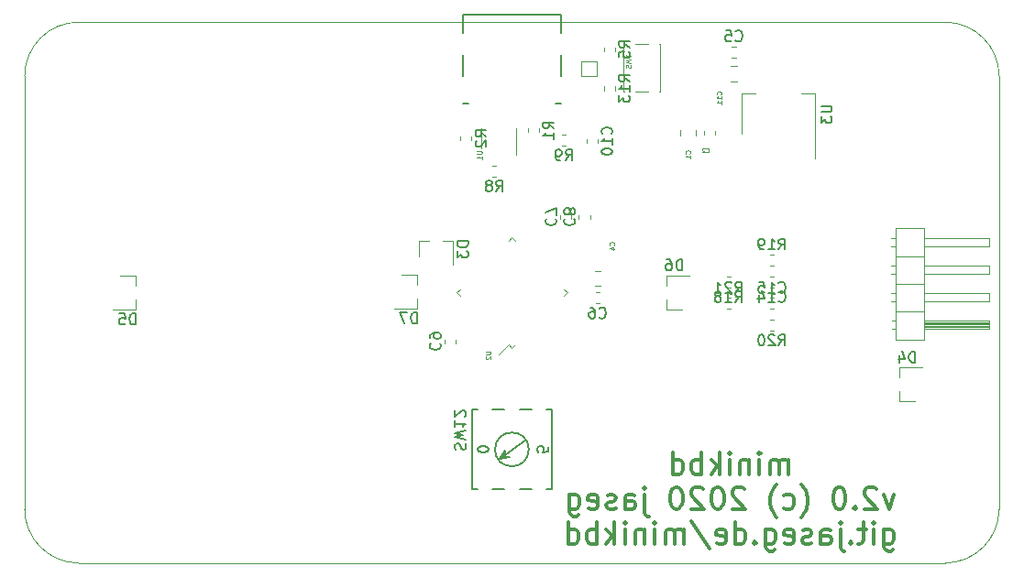
<source format=gbo>
G04 #@! TF.GenerationSoftware,KiCad,Pcbnew,(5.99.0-4013-gfd874d834)*
G04 #@! TF.CreationDate,2020-10-14T12:43:32+02:00*
G04 #@! TF.ProjectId,OtterPill,4f747465-7250-4696-9c6c-2e6b69636164,rev?*
G04 #@! TF.SameCoordinates,Original*
G04 #@! TF.FileFunction,Legend,Bot*
G04 #@! TF.FilePolarity,Positive*
%FSLAX46Y46*%
G04 Gerber Fmt 4.6, Leading zero omitted, Abs format (unit mm)*
G04 Created by KiCad (PCBNEW (5.99.0-4013-gfd874d834)) date 2020-10-14 12:43:32*
%MOMM*%
%LPD*%
G01*
G04 APERTURE LIST*
G04 #@! TA.AperFunction,Profile*
%ADD10C,0.050000*%
G04 #@! TD*
%ADD11C,0.300000*%
%ADD12C,0.150000*%
%ADD13C,0.112500*%
%ADD14C,0.100000*%
%ADD15C,0.120000*%
%ADD16C,0.200000*%
G04 APERTURE END LIST*
D10*
X225200000Y-48500000D02*
X225200000Y-88500000D01*
X140200000Y-93500000D02*
G75*
G02*
X135200000Y-88500000I0J5000000D01*
G01*
X220200000Y-43500000D02*
G75*
G02*
X225200000Y-48500000I0J-5000000D01*
G01*
X225200000Y-88500000D02*
G75*
G02*
X220200000Y-93500000I-5000000J0D01*
G01*
X140200000Y-43500000D02*
X220200000Y-43500000D01*
X135200000Y-48500000D02*
G75*
G02*
X140200000Y-43500000I5000000J0D01*
G01*
X135200000Y-88500000D02*
X135200000Y-48500000D01*
X220200000Y-93500000D02*
X140200000Y-93500000D01*
D11*
X205733333Y-85284761D02*
X205733333Y-83951428D01*
X205733333Y-84141904D02*
X205638095Y-84046666D01*
X205447619Y-83951428D01*
X205161904Y-83951428D01*
X204971428Y-84046666D01*
X204876190Y-84237142D01*
X204876190Y-85284761D01*
X204876190Y-84237142D02*
X204780952Y-84046666D01*
X204590476Y-83951428D01*
X204304761Y-83951428D01*
X204114285Y-84046666D01*
X204019047Y-84237142D01*
X204019047Y-85284761D01*
X203066666Y-85284761D02*
X203066666Y-83951428D01*
X203066666Y-83284761D02*
X203161904Y-83380000D01*
X203066666Y-83475238D01*
X202971428Y-83380000D01*
X203066666Y-83284761D01*
X203066666Y-83475238D01*
X202114285Y-83951428D02*
X202114285Y-85284761D01*
X202114285Y-84141904D02*
X202019047Y-84046666D01*
X201828571Y-83951428D01*
X201542857Y-83951428D01*
X201352380Y-84046666D01*
X201257142Y-84237142D01*
X201257142Y-85284761D01*
X200304761Y-85284761D02*
X200304761Y-83951428D01*
X200304761Y-83284761D02*
X200400000Y-83380000D01*
X200304761Y-83475238D01*
X200209523Y-83380000D01*
X200304761Y-83284761D01*
X200304761Y-83475238D01*
X199352380Y-85284761D02*
X199352380Y-83284761D01*
X199161904Y-84522857D02*
X198590476Y-85284761D01*
X198590476Y-83951428D02*
X199352380Y-84713333D01*
X197733333Y-85284761D02*
X197733333Y-83284761D01*
X197733333Y-84046666D02*
X197542857Y-83951428D01*
X197161904Y-83951428D01*
X196971428Y-84046666D01*
X196876190Y-84141904D01*
X196780952Y-84332380D01*
X196780952Y-84903809D01*
X196876190Y-85094285D01*
X196971428Y-85189523D01*
X197161904Y-85284761D01*
X197542857Y-85284761D01*
X197733333Y-85189523D01*
X195066666Y-85284761D02*
X195066666Y-83284761D01*
X195066666Y-85189523D02*
X195257142Y-85284761D01*
X195638095Y-85284761D01*
X195828571Y-85189523D01*
X195923809Y-85094285D01*
X196019047Y-84903809D01*
X196019047Y-84332380D01*
X195923809Y-84141904D01*
X195828571Y-84046666D01*
X195638095Y-83951428D01*
X195257142Y-83951428D01*
X195066666Y-84046666D01*
X215495238Y-87171428D02*
X215019047Y-88504761D01*
X214542857Y-87171428D01*
X213876190Y-86695238D02*
X213780952Y-86600000D01*
X213590476Y-86504761D01*
X213114285Y-86504761D01*
X212923809Y-86600000D01*
X212828571Y-86695238D01*
X212733333Y-86885714D01*
X212733333Y-87076190D01*
X212828571Y-87361904D01*
X213971428Y-88504761D01*
X212733333Y-88504761D01*
X211876190Y-88314285D02*
X211780952Y-88409523D01*
X211876190Y-88504761D01*
X211971428Y-88409523D01*
X211876190Y-88314285D01*
X211876190Y-88504761D01*
X210542857Y-86504761D02*
X210352380Y-86504761D01*
X210161904Y-86600000D01*
X210066666Y-86695238D01*
X209971428Y-86885714D01*
X209876190Y-87266666D01*
X209876190Y-87742857D01*
X209971428Y-88123809D01*
X210066666Y-88314285D01*
X210161904Y-88409523D01*
X210352380Y-88504761D01*
X210542857Y-88504761D01*
X210733333Y-88409523D01*
X210828571Y-88314285D01*
X210923809Y-88123809D01*
X211019047Y-87742857D01*
X211019047Y-87266666D01*
X210923809Y-86885714D01*
X210828571Y-86695238D01*
X210733333Y-86600000D01*
X210542857Y-86504761D01*
X206923809Y-89266666D02*
X207019047Y-89171428D01*
X207209523Y-88885714D01*
X207304761Y-88695238D01*
X207400000Y-88409523D01*
X207495238Y-87933333D01*
X207495238Y-87552380D01*
X207400000Y-87076190D01*
X207304761Y-86790476D01*
X207209523Y-86600000D01*
X207019047Y-86314285D01*
X206923809Y-86219047D01*
X205304761Y-88409523D02*
X205495238Y-88504761D01*
X205876190Y-88504761D01*
X206066666Y-88409523D01*
X206161904Y-88314285D01*
X206257142Y-88123809D01*
X206257142Y-87552380D01*
X206161904Y-87361904D01*
X206066666Y-87266666D01*
X205876190Y-87171428D01*
X205495238Y-87171428D01*
X205304761Y-87266666D01*
X204638095Y-89266666D02*
X204542857Y-89171428D01*
X204352380Y-88885714D01*
X204257142Y-88695238D01*
X204161904Y-88409523D01*
X204066666Y-87933333D01*
X204066666Y-87552380D01*
X204161904Y-87076190D01*
X204257142Y-86790476D01*
X204352380Y-86600000D01*
X204542857Y-86314285D01*
X204638095Y-86219047D01*
X201685714Y-86695238D02*
X201590476Y-86600000D01*
X201400000Y-86504761D01*
X200923809Y-86504761D01*
X200733333Y-86600000D01*
X200638095Y-86695238D01*
X200542857Y-86885714D01*
X200542857Y-87076190D01*
X200638095Y-87361904D01*
X201780952Y-88504761D01*
X200542857Y-88504761D01*
X199304761Y-86504761D02*
X199114285Y-86504761D01*
X198923809Y-86600000D01*
X198828571Y-86695238D01*
X198733333Y-86885714D01*
X198638095Y-87266666D01*
X198638095Y-87742857D01*
X198733333Y-88123809D01*
X198828571Y-88314285D01*
X198923809Y-88409523D01*
X199114285Y-88504761D01*
X199304761Y-88504761D01*
X199495238Y-88409523D01*
X199590476Y-88314285D01*
X199685714Y-88123809D01*
X199780952Y-87742857D01*
X199780952Y-87266666D01*
X199685714Y-86885714D01*
X199590476Y-86695238D01*
X199495238Y-86600000D01*
X199304761Y-86504761D01*
X197876190Y-86695238D02*
X197780952Y-86600000D01*
X197590476Y-86504761D01*
X197114285Y-86504761D01*
X196923809Y-86600000D01*
X196828571Y-86695238D01*
X196733333Y-86885714D01*
X196733333Y-87076190D01*
X196828571Y-87361904D01*
X197971428Y-88504761D01*
X196733333Y-88504761D01*
X195495238Y-86504761D02*
X195304761Y-86504761D01*
X195114285Y-86600000D01*
X195019047Y-86695238D01*
X194923809Y-86885714D01*
X194828571Y-87266666D01*
X194828571Y-87742857D01*
X194923809Y-88123809D01*
X195019047Y-88314285D01*
X195114285Y-88409523D01*
X195304761Y-88504761D01*
X195495238Y-88504761D01*
X195685714Y-88409523D01*
X195780952Y-88314285D01*
X195876190Y-88123809D01*
X195971428Y-87742857D01*
X195971428Y-87266666D01*
X195876190Y-86885714D01*
X195780952Y-86695238D01*
X195685714Y-86600000D01*
X195495238Y-86504761D01*
X192447619Y-87171428D02*
X192447619Y-88885714D01*
X192542857Y-89076190D01*
X192733333Y-89171428D01*
X192828571Y-89171428D01*
X192447619Y-86504761D02*
X192542857Y-86600000D01*
X192447619Y-86695238D01*
X192352380Y-86600000D01*
X192447619Y-86504761D01*
X192447619Y-86695238D01*
X190638095Y-88504761D02*
X190638095Y-87457142D01*
X190733333Y-87266666D01*
X190923809Y-87171428D01*
X191304761Y-87171428D01*
X191495238Y-87266666D01*
X190638095Y-88409523D02*
X190828571Y-88504761D01*
X191304761Y-88504761D01*
X191495238Y-88409523D01*
X191590476Y-88219047D01*
X191590476Y-88028571D01*
X191495238Y-87838095D01*
X191304761Y-87742857D01*
X190828571Y-87742857D01*
X190638095Y-87647619D01*
X189780952Y-88409523D02*
X189590476Y-88504761D01*
X189209523Y-88504761D01*
X189019047Y-88409523D01*
X188923809Y-88219047D01*
X188923809Y-88123809D01*
X189019047Y-87933333D01*
X189209523Y-87838095D01*
X189495238Y-87838095D01*
X189685714Y-87742857D01*
X189780952Y-87552380D01*
X189780952Y-87457142D01*
X189685714Y-87266666D01*
X189495238Y-87171428D01*
X189209523Y-87171428D01*
X189019047Y-87266666D01*
X187304761Y-88409523D02*
X187495238Y-88504761D01*
X187876190Y-88504761D01*
X188066666Y-88409523D01*
X188161904Y-88219047D01*
X188161904Y-87457142D01*
X188066666Y-87266666D01*
X187876190Y-87171428D01*
X187495238Y-87171428D01*
X187304761Y-87266666D01*
X187209523Y-87457142D01*
X187209523Y-87647619D01*
X188161904Y-87838095D01*
X185495238Y-87171428D02*
X185495238Y-88790476D01*
X185590476Y-88980952D01*
X185685714Y-89076190D01*
X185876190Y-89171428D01*
X186161904Y-89171428D01*
X186352380Y-89076190D01*
X185495238Y-88409523D02*
X185685714Y-88504761D01*
X186066666Y-88504761D01*
X186257142Y-88409523D01*
X186352380Y-88314285D01*
X186447619Y-88123809D01*
X186447619Y-87552380D01*
X186352380Y-87361904D01*
X186257142Y-87266666D01*
X186066666Y-87171428D01*
X185685714Y-87171428D01*
X185495238Y-87266666D01*
X214542857Y-90391428D02*
X214542857Y-92010476D01*
X214638095Y-92200952D01*
X214733333Y-92296190D01*
X214923809Y-92391428D01*
X215209523Y-92391428D01*
X215400000Y-92296190D01*
X214542857Y-91629523D02*
X214733333Y-91724761D01*
X215114285Y-91724761D01*
X215304761Y-91629523D01*
X215400000Y-91534285D01*
X215495238Y-91343809D01*
X215495238Y-90772380D01*
X215400000Y-90581904D01*
X215304761Y-90486666D01*
X215114285Y-90391428D01*
X214733333Y-90391428D01*
X214542857Y-90486666D01*
X213590476Y-91724761D02*
X213590476Y-90391428D01*
X213590476Y-89724761D02*
X213685714Y-89820000D01*
X213590476Y-89915238D01*
X213495238Y-89820000D01*
X213590476Y-89724761D01*
X213590476Y-89915238D01*
X212923809Y-90391428D02*
X212161904Y-90391428D01*
X212638095Y-89724761D02*
X212638095Y-91439047D01*
X212542857Y-91629523D01*
X212352380Y-91724761D01*
X212161904Y-91724761D01*
X211495238Y-91534285D02*
X211400000Y-91629523D01*
X211495238Y-91724761D01*
X211590476Y-91629523D01*
X211495238Y-91534285D01*
X211495238Y-91724761D01*
X210542857Y-90391428D02*
X210542857Y-92105714D01*
X210638095Y-92296190D01*
X210828571Y-92391428D01*
X210923809Y-92391428D01*
X210542857Y-89724761D02*
X210638095Y-89820000D01*
X210542857Y-89915238D01*
X210447619Y-89820000D01*
X210542857Y-89724761D01*
X210542857Y-89915238D01*
X208733333Y-91724761D02*
X208733333Y-90677142D01*
X208828571Y-90486666D01*
X209019047Y-90391428D01*
X209400000Y-90391428D01*
X209590476Y-90486666D01*
X208733333Y-91629523D02*
X208923809Y-91724761D01*
X209400000Y-91724761D01*
X209590476Y-91629523D01*
X209685714Y-91439047D01*
X209685714Y-91248571D01*
X209590476Y-91058095D01*
X209400000Y-90962857D01*
X208923809Y-90962857D01*
X208733333Y-90867619D01*
X207876190Y-91629523D02*
X207685714Y-91724761D01*
X207304761Y-91724761D01*
X207114285Y-91629523D01*
X207019047Y-91439047D01*
X207019047Y-91343809D01*
X207114285Y-91153333D01*
X207304761Y-91058095D01*
X207590476Y-91058095D01*
X207780952Y-90962857D01*
X207876190Y-90772380D01*
X207876190Y-90677142D01*
X207780952Y-90486666D01*
X207590476Y-90391428D01*
X207304761Y-90391428D01*
X207114285Y-90486666D01*
X205400000Y-91629523D02*
X205590476Y-91724761D01*
X205971428Y-91724761D01*
X206161904Y-91629523D01*
X206257142Y-91439047D01*
X206257142Y-90677142D01*
X206161904Y-90486666D01*
X205971428Y-90391428D01*
X205590476Y-90391428D01*
X205400000Y-90486666D01*
X205304761Y-90677142D01*
X205304761Y-90867619D01*
X206257142Y-91058095D01*
X203590476Y-90391428D02*
X203590476Y-92010476D01*
X203685714Y-92200952D01*
X203780952Y-92296190D01*
X203971428Y-92391428D01*
X204257142Y-92391428D01*
X204447619Y-92296190D01*
X203590476Y-91629523D02*
X203780952Y-91724761D01*
X204161904Y-91724761D01*
X204352380Y-91629523D01*
X204447619Y-91534285D01*
X204542857Y-91343809D01*
X204542857Y-90772380D01*
X204447619Y-90581904D01*
X204352380Y-90486666D01*
X204161904Y-90391428D01*
X203780952Y-90391428D01*
X203590476Y-90486666D01*
X202638095Y-91534285D02*
X202542857Y-91629523D01*
X202638095Y-91724761D01*
X202733333Y-91629523D01*
X202638095Y-91534285D01*
X202638095Y-91724761D01*
X200828571Y-91724761D02*
X200828571Y-89724761D01*
X200828571Y-91629523D02*
X201019047Y-91724761D01*
X201400000Y-91724761D01*
X201590476Y-91629523D01*
X201685714Y-91534285D01*
X201780952Y-91343809D01*
X201780952Y-90772380D01*
X201685714Y-90581904D01*
X201590476Y-90486666D01*
X201400000Y-90391428D01*
X201019047Y-90391428D01*
X200828571Y-90486666D01*
X199114285Y-91629523D02*
X199304761Y-91724761D01*
X199685714Y-91724761D01*
X199876190Y-91629523D01*
X199971428Y-91439047D01*
X199971428Y-90677142D01*
X199876190Y-90486666D01*
X199685714Y-90391428D01*
X199304761Y-90391428D01*
X199114285Y-90486666D01*
X199019047Y-90677142D01*
X199019047Y-90867619D01*
X199971428Y-91058095D01*
X196733333Y-89629523D02*
X198447619Y-92200952D01*
X196066666Y-91724761D02*
X196066666Y-90391428D01*
X196066666Y-90581904D02*
X195971428Y-90486666D01*
X195780952Y-90391428D01*
X195495238Y-90391428D01*
X195304761Y-90486666D01*
X195209523Y-90677142D01*
X195209523Y-91724761D01*
X195209523Y-90677142D02*
X195114285Y-90486666D01*
X194923809Y-90391428D01*
X194638095Y-90391428D01*
X194447619Y-90486666D01*
X194352380Y-90677142D01*
X194352380Y-91724761D01*
X193400000Y-91724761D02*
X193400000Y-90391428D01*
X193400000Y-89724761D02*
X193495238Y-89820000D01*
X193400000Y-89915238D01*
X193304761Y-89820000D01*
X193400000Y-89724761D01*
X193400000Y-89915238D01*
X192447619Y-90391428D02*
X192447619Y-91724761D01*
X192447619Y-90581904D02*
X192352380Y-90486666D01*
X192161904Y-90391428D01*
X191876190Y-90391428D01*
X191685714Y-90486666D01*
X191590476Y-90677142D01*
X191590476Y-91724761D01*
X190638095Y-91724761D02*
X190638095Y-90391428D01*
X190638095Y-89724761D02*
X190733333Y-89820000D01*
X190638095Y-89915238D01*
X190542857Y-89820000D01*
X190638095Y-89724761D01*
X190638095Y-89915238D01*
X189685714Y-91724761D02*
X189685714Y-89724761D01*
X189495238Y-90962857D02*
X188923809Y-91724761D01*
X188923809Y-90391428D02*
X189685714Y-91153333D01*
X188066666Y-91724761D02*
X188066666Y-89724761D01*
X188066666Y-90486666D02*
X187876190Y-90391428D01*
X187495238Y-90391428D01*
X187304761Y-90486666D01*
X187209523Y-90581904D01*
X187114285Y-90772380D01*
X187114285Y-91343809D01*
X187209523Y-91534285D01*
X187304761Y-91629523D01*
X187495238Y-91724761D01*
X187876190Y-91724761D01*
X188066666Y-91629523D01*
X185400000Y-91724761D02*
X185400000Y-89724761D01*
X185400000Y-91629523D02*
X185590476Y-91724761D01*
X185971428Y-91724761D01*
X186161904Y-91629523D01*
X186257142Y-91534285D01*
X186352380Y-91343809D01*
X186352380Y-90772380D01*
X186257142Y-90581904D01*
X186161904Y-90486666D01*
X185971428Y-90391428D01*
X185590476Y-90391428D01*
X185400000Y-90486666D01*
D12*
X188266666Y-70787142D02*
X188314285Y-70834761D01*
X188457142Y-70882380D01*
X188552380Y-70882380D01*
X188695238Y-70834761D01*
X188790476Y-70739523D01*
X188838095Y-70644285D01*
X188885714Y-70453809D01*
X188885714Y-70310952D01*
X188838095Y-70120476D01*
X188790476Y-70025238D01*
X188695238Y-69930000D01*
X188552380Y-69882380D01*
X188457142Y-69882380D01*
X188314285Y-69930000D01*
X188266666Y-69977619D01*
X187409523Y-69882380D02*
X187600000Y-69882380D01*
X187695238Y-69930000D01*
X187742857Y-69977619D01*
X187838095Y-70120476D01*
X187885714Y-70310952D01*
X187885714Y-70691904D01*
X187838095Y-70787142D01*
X187790476Y-70834761D01*
X187695238Y-70882380D01*
X187504761Y-70882380D01*
X187409523Y-70834761D01*
X187361904Y-70787142D01*
X187314285Y-70691904D01*
X187314285Y-70453809D01*
X187361904Y-70358571D01*
X187409523Y-70310952D01*
X187504761Y-70263333D01*
X187695238Y-70263333D01*
X187790476Y-70310952D01*
X187838095Y-70358571D01*
X187885714Y-70453809D01*
X208752380Y-51238095D02*
X209561904Y-51238095D01*
X209657142Y-51285714D01*
X209704761Y-51333333D01*
X209752380Y-51428571D01*
X209752380Y-51619047D01*
X209704761Y-51714285D01*
X209657142Y-51761904D01*
X209561904Y-51809523D01*
X208752380Y-51809523D01*
X208752380Y-52190476D02*
X208752380Y-52809523D01*
X209133333Y-52476190D01*
X209133333Y-52619047D01*
X209180952Y-52714285D01*
X209228571Y-52761904D01*
X209323809Y-52809523D01*
X209561904Y-52809523D01*
X209657142Y-52761904D01*
X209704761Y-52714285D01*
X209752380Y-52619047D01*
X209752380Y-52333333D01*
X209704761Y-52238095D01*
X209657142Y-52190476D01*
X191082380Y-45833333D02*
X190606190Y-45500000D01*
X191082380Y-45261904D02*
X190082380Y-45261904D01*
X190082380Y-45642857D01*
X190130000Y-45738095D01*
X190177619Y-45785714D01*
X190272857Y-45833333D01*
X190415714Y-45833333D01*
X190510952Y-45785714D01*
X190558571Y-45738095D01*
X190606190Y-45642857D01*
X190606190Y-45261904D01*
X190082380Y-46738095D02*
X190082380Y-46261904D01*
X190558571Y-46214285D01*
X190510952Y-46261904D01*
X190463333Y-46357142D01*
X190463333Y-46595238D01*
X190510952Y-46690476D01*
X190558571Y-46738095D01*
X190653809Y-46785714D01*
X190891904Y-46785714D01*
X190987142Y-46738095D01*
X191034761Y-46690476D01*
X191082380Y-46595238D01*
X191082380Y-46357142D01*
X191034761Y-46261904D01*
X190987142Y-46214285D01*
D13*
X189630714Y-64115000D02*
X189652142Y-64093571D01*
X189673571Y-64029285D01*
X189673571Y-63986428D01*
X189652142Y-63922142D01*
X189609285Y-63879285D01*
X189566428Y-63857857D01*
X189480714Y-63836428D01*
X189416428Y-63836428D01*
X189330714Y-63857857D01*
X189287857Y-63879285D01*
X189245000Y-63922142D01*
X189223571Y-63986428D01*
X189223571Y-64029285D01*
X189245000Y-64093571D01*
X189266428Y-64115000D01*
X189373571Y-64500714D02*
X189673571Y-64500714D01*
X189202142Y-64393571D02*
X189523571Y-64286428D01*
X189523571Y-64565000D01*
X190729857Y-47725000D02*
X190708428Y-47660714D01*
X190708428Y-47553571D01*
X190729857Y-47510714D01*
X190751285Y-47489285D01*
X190794142Y-47467857D01*
X190837000Y-47467857D01*
X190879857Y-47489285D01*
X190901285Y-47510714D01*
X190922714Y-47553571D01*
X190944142Y-47639285D01*
X190965571Y-47682142D01*
X190987000Y-47703571D01*
X191029857Y-47725000D01*
X191072714Y-47725000D01*
X191115571Y-47703571D01*
X191137000Y-47682142D01*
X191158428Y-47639285D01*
X191158428Y-47532142D01*
X191137000Y-47467857D01*
X191158428Y-47317857D02*
X190708428Y-47210714D01*
X191029857Y-47125000D01*
X190708428Y-47039285D01*
X191158428Y-46932142D01*
X190708428Y-46525000D02*
X190708428Y-46782142D01*
X190708428Y-46653571D02*
X191158428Y-46653571D01*
X191094142Y-46696428D01*
X191051285Y-46739285D01*
X191029857Y-46782142D01*
X196620714Y-55655000D02*
X196642142Y-55633571D01*
X196663571Y-55569285D01*
X196663571Y-55526428D01*
X196642142Y-55462142D01*
X196599285Y-55419285D01*
X196556428Y-55397857D01*
X196470714Y-55376428D01*
X196406428Y-55376428D01*
X196320714Y-55397857D01*
X196277857Y-55419285D01*
X196235000Y-55462142D01*
X196213571Y-55526428D01*
X196213571Y-55569285D01*
X196235000Y-55633571D01*
X196256428Y-55655000D01*
X196663571Y-56083571D02*
X196663571Y-55826428D01*
X196663571Y-55955000D02*
X196213571Y-55955000D01*
X196277857Y-55912142D01*
X196320714Y-55869285D01*
X196342142Y-55826428D01*
D12*
X172712857Y-73166666D02*
X172665238Y-73214285D01*
X172617619Y-73357142D01*
X172617619Y-73452380D01*
X172665238Y-73595238D01*
X172760476Y-73690476D01*
X172855714Y-73738095D01*
X173046190Y-73785714D01*
X173189047Y-73785714D01*
X173379523Y-73738095D01*
X173474761Y-73690476D01*
X173570000Y-73595238D01*
X173617619Y-73452380D01*
X173617619Y-73357142D01*
X173570000Y-73214285D01*
X173522380Y-73166666D01*
X172617619Y-72690476D02*
X172617619Y-72500000D01*
X172665238Y-72404761D01*
X172712857Y-72357142D01*
X172855714Y-72261904D01*
X173046190Y-72214285D01*
X173427142Y-72214285D01*
X173522380Y-72261904D01*
X173570000Y-72309523D01*
X173617619Y-72404761D01*
X173617619Y-72595238D01*
X173570000Y-72690476D01*
X173522380Y-72738095D01*
X173427142Y-72785714D01*
X173189047Y-72785714D01*
X173093809Y-72738095D01*
X173046190Y-72690476D01*
X172998571Y-72595238D01*
X172998571Y-72404761D01*
X173046190Y-72309523D01*
X173093809Y-72261904D01*
X173189047Y-72214285D01*
X191082380Y-48982142D02*
X190606190Y-48648809D01*
X191082380Y-48410714D02*
X190082380Y-48410714D01*
X190082380Y-48791666D01*
X190130000Y-48886904D01*
X190177619Y-48934523D01*
X190272857Y-48982142D01*
X190415714Y-48982142D01*
X190510952Y-48934523D01*
X190558571Y-48886904D01*
X190606190Y-48791666D01*
X190606190Y-48410714D01*
X191082380Y-49934523D02*
X191082380Y-49363095D01*
X191082380Y-49648809D02*
X190082380Y-49648809D01*
X190225238Y-49553571D01*
X190320476Y-49458333D01*
X190368095Y-49363095D01*
X190082380Y-50267857D02*
X190082380Y-50886904D01*
X190463333Y-50553571D01*
X190463333Y-50696428D01*
X190510952Y-50791666D01*
X190558571Y-50839285D01*
X190653809Y-50886904D01*
X190891904Y-50886904D01*
X190987142Y-50839285D01*
X191034761Y-50791666D01*
X191082380Y-50696428D01*
X191082380Y-50410714D01*
X191034761Y-50315476D01*
X190987142Y-50267857D01*
X200866666Y-45177142D02*
X200914285Y-45224761D01*
X201057142Y-45272380D01*
X201152380Y-45272380D01*
X201295238Y-45224761D01*
X201390476Y-45129523D01*
X201438095Y-45034285D01*
X201485714Y-44843809D01*
X201485714Y-44700952D01*
X201438095Y-44510476D01*
X201390476Y-44415238D01*
X201295238Y-44320000D01*
X201152380Y-44272380D01*
X201057142Y-44272380D01*
X200914285Y-44320000D01*
X200866666Y-44367619D01*
X199961904Y-44272380D02*
X200438095Y-44272380D01*
X200485714Y-44748571D01*
X200438095Y-44700952D01*
X200342857Y-44653333D01*
X200104761Y-44653333D01*
X200009523Y-44700952D01*
X199961904Y-44748571D01*
X199914285Y-44843809D01*
X199914285Y-45081904D01*
X199961904Y-45177142D01*
X200009523Y-45224761D01*
X200104761Y-45272380D01*
X200342857Y-45272380D01*
X200438095Y-45224761D01*
X200485714Y-45177142D01*
D13*
X199500714Y-50210714D02*
X199522142Y-50189285D01*
X199543571Y-50125000D01*
X199543571Y-50082142D01*
X199522142Y-50017857D01*
X199479285Y-49975000D01*
X199436428Y-49953571D01*
X199350714Y-49932142D01*
X199286428Y-49932142D01*
X199200714Y-49953571D01*
X199157857Y-49975000D01*
X199115000Y-50017857D01*
X199093571Y-50082142D01*
X199093571Y-50125000D01*
X199115000Y-50189285D01*
X199136428Y-50210714D01*
X199543571Y-50639285D02*
X199543571Y-50382142D01*
X199543571Y-50510714D02*
X199093571Y-50510714D01*
X199157857Y-50467857D01*
X199200714Y-50425000D01*
X199222142Y-50382142D01*
X199543571Y-51067857D02*
X199543571Y-50810714D01*
X199543571Y-50939285D02*
X199093571Y-50939285D01*
X199157857Y-50896428D01*
X199200714Y-50853571D01*
X199222142Y-50810714D01*
D14*
X198156666Y-55512857D02*
X198175714Y-55531904D01*
X198232857Y-55550952D01*
X198270952Y-55550952D01*
X198328095Y-55531904D01*
X198366190Y-55493809D01*
X198385238Y-55455714D01*
X198404285Y-55379523D01*
X198404285Y-55322380D01*
X198385238Y-55246190D01*
X198366190Y-55208095D01*
X198328095Y-55170000D01*
X198270952Y-55150952D01*
X198232857Y-55150952D01*
X198175714Y-55170000D01*
X198156666Y-55189047D01*
X198004285Y-55189047D02*
X197985238Y-55170000D01*
X197947142Y-55150952D01*
X197851904Y-55150952D01*
X197813809Y-55170000D01*
X197794761Y-55189047D01*
X197775714Y-55227142D01*
X197775714Y-55265238D01*
X197794761Y-55322380D01*
X198023333Y-55550952D01*
X197775714Y-55550952D01*
D12*
X204842857Y-69287142D02*
X204890476Y-69334761D01*
X205033333Y-69382380D01*
X205128571Y-69382380D01*
X205271428Y-69334761D01*
X205366666Y-69239523D01*
X205414285Y-69144285D01*
X205461904Y-68953809D01*
X205461904Y-68810952D01*
X205414285Y-68620476D01*
X205366666Y-68525238D01*
X205271428Y-68430000D01*
X205128571Y-68382380D01*
X205033333Y-68382380D01*
X204890476Y-68430000D01*
X204842857Y-68477619D01*
X203890476Y-69382380D02*
X204461904Y-69382380D01*
X204176190Y-69382380D02*
X204176190Y-68382380D01*
X204271428Y-68525238D01*
X204366666Y-68620476D01*
X204461904Y-68668095D01*
X203033333Y-68715714D02*
X203033333Y-69382380D01*
X203271428Y-68334761D02*
X203509523Y-69049047D01*
X202890476Y-69049047D01*
X204842857Y-68427142D02*
X204890476Y-68474761D01*
X205033333Y-68522380D01*
X205128571Y-68522380D01*
X205271428Y-68474761D01*
X205366666Y-68379523D01*
X205414285Y-68284285D01*
X205461904Y-68093809D01*
X205461904Y-67950952D01*
X205414285Y-67760476D01*
X205366666Y-67665238D01*
X205271428Y-67570000D01*
X205128571Y-67522380D01*
X205033333Y-67522380D01*
X204890476Y-67570000D01*
X204842857Y-67617619D01*
X203890476Y-68522380D02*
X204461904Y-68522380D01*
X204176190Y-68522380D02*
X204176190Y-67522380D01*
X204271428Y-67665238D01*
X204366666Y-67760476D01*
X204461904Y-67808095D01*
X202985714Y-67522380D02*
X203461904Y-67522380D01*
X203509523Y-67998571D01*
X203461904Y-67950952D01*
X203366666Y-67903333D01*
X203128571Y-67903333D01*
X203033333Y-67950952D01*
X202985714Y-67998571D01*
X202938095Y-68093809D01*
X202938095Y-68331904D01*
X202985714Y-68427142D01*
X203033333Y-68474761D01*
X203128571Y-68522380D01*
X203366666Y-68522380D01*
X203461904Y-68474761D01*
X203509523Y-68427142D01*
X204842857Y-64522380D02*
X205176190Y-64046190D01*
X205414285Y-64522380D02*
X205414285Y-63522380D01*
X205033333Y-63522380D01*
X204938095Y-63570000D01*
X204890476Y-63617619D01*
X204842857Y-63712857D01*
X204842857Y-63855714D01*
X204890476Y-63950952D01*
X204938095Y-63998571D01*
X205033333Y-64046190D01*
X205414285Y-64046190D01*
X203890476Y-64522380D02*
X204461904Y-64522380D01*
X204176190Y-64522380D02*
X204176190Y-63522380D01*
X204271428Y-63665238D01*
X204366666Y-63760476D01*
X204461904Y-63808095D01*
X203414285Y-64522380D02*
X203223809Y-64522380D01*
X203128571Y-64474761D01*
X203080952Y-64427142D01*
X202985714Y-64284285D01*
X202938095Y-64093809D01*
X202938095Y-63712857D01*
X202985714Y-63617619D01*
X203033333Y-63570000D01*
X203128571Y-63522380D01*
X203319047Y-63522380D01*
X203414285Y-63570000D01*
X203461904Y-63617619D01*
X203509523Y-63712857D01*
X203509523Y-63950952D01*
X203461904Y-64046190D01*
X203414285Y-64093809D01*
X203319047Y-64141428D01*
X203128571Y-64141428D01*
X203033333Y-64093809D01*
X202985714Y-64046190D01*
X202938095Y-63950952D01*
X204842857Y-73382380D02*
X205176190Y-72906190D01*
X205414285Y-73382380D02*
X205414285Y-72382380D01*
X205033333Y-72382380D01*
X204938095Y-72430000D01*
X204890476Y-72477619D01*
X204842857Y-72572857D01*
X204842857Y-72715714D01*
X204890476Y-72810952D01*
X204938095Y-72858571D01*
X205033333Y-72906190D01*
X205414285Y-72906190D01*
X204461904Y-72477619D02*
X204414285Y-72430000D01*
X204319047Y-72382380D01*
X204080952Y-72382380D01*
X203985714Y-72430000D01*
X203938095Y-72477619D01*
X203890476Y-72572857D01*
X203890476Y-72668095D01*
X203938095Y-72810952D01*
X204509523Y-73382380D01*
X203890476Y-73382380D01*
X203271428Y-72382380D02*
X203176190Y-72382380D01*
X203080952Y-72430000D01*
X203033333Y-72477619D01*
X202985714Y-72572857D01*
X202938095Y-72763333D01*
X202938095Y-73001428D01*
X202985714Y-73191904D01*
X203033333Y-73287142D01*
X203080952Y-73334761D01*
X203176190Y-73382380D01*
X203271428Y-73382380D01*
X203366666Y-73334761D01*
X203414285Y-73287142D01*
X203461904Y-73191904D01*
X203509523Y-73001428D01*
X203509523Y-72763333D01*
X203461904Y-72572857D01*
X203414285Y-72477619D01*
X203366666Y-72430000D01*
X203271428Y-72382380D01*
X200842857Y-68522380D02*
X201176190Y-68046190D01*
X201414285Y-68522380D02*
X201414285Y-67522380D01*
X201033333Y-67522380D01*
X200938095Y-67570000D01*
X200890476Y-67617619D01*
X200842857Y-67712857D01*
X200842857Y-67855714D01*
X200890476Y-67950952D01*
X200938095Y-67998571D01*
X201033333Y-68046190D01*
X201414285Y-68046190D01*
X200461904Y-67617619D02*
X200414285Y-67570000D01*
X200319047Y-67522380D01*
X200080952Y-67522380D01*
X199985714Y-67570000D01*
X199938095Y-67617619D01*
X199890476Y-67712857D01*
X199890476Y-67808095D01*
X199938095Y-67950952D01*
X200509523Y-68522380D01*
X199890476Y-68522380D01*
X198938095Y-68522380D02*
X199509523Y-68522380D01*
X199223809Y-68522380D02*
X199223809Y-67522380D01*
X199319047Y-67665238D01*
X199414285Y-67760476D01*
X199509523Y-67808095D01*
X176152380Y-63761904D02*
X175152380Y-63761904D01*
X175152380Y-64000000D01*
X175200000Y-64142857D01*
X175295238Y-64238095D01*
X175390476Y-64285714D01*
X175580952Y-64333333D01*
X175723809Y-64333333D01*
X175914285Y-64285714D01*
X176009523Y-64238095D01*
X176104761Y-64142857D01*
X176152380Y-64000000D01*
X176152380Y-63761904D01*
X175152380Y-64666666D02*
X175152380Y-65285714D01*
X175533333Y-64952380D01*
X175533333Y-65095238D01*
X175580952Y-65190476D01*
X175628571Y-65238095D01*
X175723809Y-65285714D01*
X175961904Y-65285714D01*
X176057142Y-65238095D01*
X176104761Y-65190476D01*
X176152380Y-65095238D01*
X176152380Y-64809523D01*
X176104761Y-64714285D01*
X176057142Y-64666666D01*
X217438095Y-74952380D02*
X217438095Y-73952380D01*
X217200000Y-73952380D01*
X217057142Y-74000000D01*
X216961904Y-74095238D01*
X216914285Y-74190476D01*
X216866666Y-74380952D01*
X216866666Y-74523809D01*
X216914285Y-74714285D01*
X216961904Y-74809523D01*
X217057142Y-74904761D01*
X217200000Y-74952380D01*
X217438095Y-74952380D01*
X216009523Y-74285714D02*
X216009523Y-74952380D01*
X216247619Y-73904761D02*
X216485714Y-74619047D01*
X215866666Y-74619047D01*
X145438095Y-71452380D02*
X145438095Y-70452380D01*
X145200000Y-70452380D01*
X145057142Y-70500000D01*
X144961904Y-70595238D01*
X144914285Y-70690476D01*
X144866666Y-70880952D01*
X144866666Y-71023809D01*
X144914285Y-71214285D01*
X144961904Y-71309523D01*
X145057142Y-71404761D01*
X145200000Y-71452380D01*
X145438095Y-71452380D01*
X143961904Y-70452380D02*
X144438095Y-70452380D01*
X144485714Y-70928571D01*
X144438095Y-70880952D01*
X144342857Y-70833333D01*
X144104761Y-70833333D01*
X144009523Y-70880952D01*
X143961904Y-70928571D01*
X143914285Y-71023809D01*
X143914285Y-71261904D01*
X143961904Y-71357142D01*
X144009523Y-71404761D01*
X144104761Y-71452380D01*
X144342857Y-71452380D01*
X144438095Y-71404761D01*
X144485714Y-71357142D01*
X171438095Y-71352380D02*
X171438095Y-70352380D01*
X171200000Y-70352380D01*
X171057142Y-70400000D01*
X170961904Y-70495238D01*
X170914285Y-70590476D01*
X170866666Y-70780952D01*
X170866666Y-70923809D01*
X170914285Y-71114285D01*
X170961904Y-71209523D01*
X171057142Y-71304761D01*
X171200000Y-71352380D01*
X171438095Y-71352380D01*
X170533333Y-70352380D02*
X169866666Y-70352380D01*
X170295238Y-71352380D01*
X195938095Y-66452380D02*
X195938095Y-65452380D01*
X195700000Y-65452380D01*
X195557142Y-65500000D01*
X195461904Y-65595238D01*
X195414285Y-65690476D01*
X195366666Y-65880952D01*
X195366666Y-66023809D01*
X195414285Y-66214285D01*
X195461904Y-66309523D01*
X195557142Y-66404761D01*
X195700000Y-66452380D01*
X195938095Y-66452380D01*
X194509523Y-65452380D02*
X194700000Y-65452380D01*
X194795238Y-65500000D01*
X194842857Y-65547619D01*
X194938095Y-65690476D01*
X194985714Y-65880952D01*
X194985714Y-66261904D01*
X194938095Y-66357142D01*
X194890476Y-66404761D01*
X194795238Y-66452380D01*
X194604761Y-66452380D01*
X194509523Y-66404761D01*
X194461904Y-66357142D01*
X194414285Y-66261904D01*
X194414285Y-66023809D01*
X194461904Y-65928571D01*
X194509523Y-65880952D01*
X194604761Y-65833333D01*
X194795238Y-65833333D01*
X194890476Y-65880952D01*
X194938095Y-65928571D01*
X194985714Y-66023809D01*
X184082380Y-53333333D02*
X183606190Y-53000000D01*
X184082380Y-52761904D02*
X183082380Y-52761904D01*
X183082380Y-53142857D01*
X183130000Y-53238095D01*
X183177619Y-53285714D01*
X183272857Y-53333333D01*
X183415714Y-53333333D01*
X183510952Y-53285714D01*
X183558571Y-53238095D01*
X183606190Y-53142857D01*
X183606190Y-52761904D01*
X184082380Y-54285714D02*
X184082380Y-53714285D01*
X184082380Y-54000000D02*
X183082380Y-54000000D01*
X183225238Y-53904761D01*
X183320476Y-53809523D01*
X183368095Y-53714285D01*
X178741666Y-59132380D02*
X179075000Y-58656190D01*
X179313095Y-59132380D02*
X179313095Y-58132380D01*
X178932142Y-58132380D01*
X178836904Y-58180000D01*
X178789285Y-58227619D01*
X178741666Y-58322857D01*
X178741666Y-58465714D01*
X178789285Y-58560952D01*
X178836904Y-58608571D01*
X178932142Y-58656190D01*
X179313095Y-58656190D01*
X178170238Y-58560952D02*
X178265476Y-58513333D01*
X178313095Y-58465714D01*
X178360714Y-58370476D01*
X178360714Y-58322857D01*
X178313095Y-58227619D01*
X178265476Y-58180000D01*
X178170238Y-58132380D01*
X177979761Y-58132380D01*
X177884523Y-58180000D01*
X177836904Y-58227619D01*
X177789285Y-58322857D01*
X177789285Y-58370476D01*
X177836904Y-58465714D01*
X177884523Y-58513333D01*
X177979761Y-58560952D01*
X178170238Y-58560952D01*
X178265476Y-58608571D01*
X178313095Y-58656190D01*
X178360714Y-58751428D01*
X178360714Y-58941904D01*
X178313095Y-59037142D01*
X178265476Y-59084761D01*
X178170238Y-59132380D01*
X177979761Y-59132380D01*
X177884523Y-59084761D01*
X177836904Y-59037142D01*
X177789285Y-58941904D01*
X177789285Y-58751428D01*
X177836904Y-58656190D01*
X177884523Y-58608571D01*
X177979761Y-58560952D01*
X177832380Y-54083333D02*
X177356190Y-53750000D01*
X177832380Y-53511904D02*
X176832380Y-53511904D01*
X176832380Y-53892857D01*
X176880000Y-53988095D01*
X176927619Y-54035714D01*
X177022857Y-54083333D01*
X177165714Y-54083333D01*
X177260952Y-54035714D01*
X177308571Y-53988095D01*
X177356190Y-53892857D01*
X177356190Y-53511904D01*
X176927619Y-54464285D02*
X176880000Y-54511904D01*
X176832380Y-54607142D01*
X176832380Y-54845238D01*
X176880000Y-54940476D01*
X176927619Y-54988095D01*
X177022857Y-55035714D01*
X177118095Y-55035714D01*
X177260952Y-54988095D01*
X177832380Y-54416666D01*
X177832380Y-55035714D01*
X185166666Y-56282380D02*
X185500000Y-55806190D01*
X185738095Y-56282380D02*
X185738095Y-55282380D01*
X185357142Y-55282380D01*
X185261904Y-55330000D01*
X185214285Y-55377619D01*
X185166666Y-55472857D01*
X185166666Y-55615714D01*
X185214285Y-55710952D01*
X185261904Y-55758571D01*
X185357142Y-55806190D01*
X185738095Y-55806190D01*
X184690476Y-56282380D02*
X184500000Y-56282380D01*
X184404761Y-56234761D01*
X184357142Y-56187142D01*
X184261904Y-56044285D01*
X184214285Y-55853809D01*
X184214285Y-55472857D01*
X184261904Y-55377619D01*
X184309523Y-55330000D01*
X184404761Y-55282380D01*
X184595238Y-55282380D01*
X184690476Y-55330000D01*
X184738095Y-55377619D01*
X184785714Y-55472857D01*
X184785714Y-55710952D01*
X184738095Y-55806190D01*
X184690476Y-55853809D01*
X184595238Y-55901428D01*
X184404761Y-55901428D01*
X184309523Y-55853809D01*
X184261904Y-55806190D01*
X184214285Y-55710952D01*
X189387142Y-53857142D02*
X189434761Y-53809523D01*
X189482380Y-53666666D01*
X189482380Y-53571428D01*
X189434761Y-53428571D01*
X189339523Y-53333333D01*
X189244285Y-53285714D01*
X189053809Y-53238095D01*
X188910952Y-53238095D01*
X188720476Y-53285714D01*
X188625238Y-53333333D01*
X188530000Y-53428571D01*
X188482380Y-53571428D01*
X188482380Y-53666666D01*
X188530000Y-53809523D01*
X188577619Y-53857142D01*
X189482380Y-54809523D02*
X189482380Y-54238095D01*
X189482380Y-54523809D02*
X188482380Y-54523809D01*
X188625238Y-54428571D01*
X188720476Y-54333333D01*
X188768095Y-54238095D01*
X188482380Y-55428571D02*
X188482380Y-55523809D01*
X188530000Y-55619047D01*
X188577619Y-55666666D01*
X188672857Y-55714285D01*
X188863333Y-55761904D01*
X189101428Y-55761904D01*
X189291904Y-55714285D01*
X189387142Y-55666666D01*
X189434761Y-55619047D01*
X189482380Y-55523809D01*
X189482380Y-55428571D01*
X189434761Y-55333333D01*
X189387142Y-55285714D01*
X189291904Y-55238095D01*
X189101428Y-55190476D01*
X188863333Y-55190476D01*
X188672857Y-55238095D01*
X188577619Y-55285714D01*
X188530000Y-55333333D01*
X188482380Y-55428571D01*
X185112857Y-61666666D02*
X185065238Y-61714285D01*
X185017619Y-61857142D01*
X185017619Y-61952380D01*
X185065238Y-62095238D01*
X185160476Y-62190476D01*
X185255714Y-62238095D01*
X185446190Y-62285714D01*
X185589047Y-62285714D01*
X185779523Y-62238095D01*
X185874761Y-62190476D01*
X185970000Y-62095238D01*
X186017619Y-61952380D01*
X186017619Y-61857142D01*
X185970000Y-61714285D01*
X185922380Y-61666666D01*
X185589047Y-61095238D02*
X185636666Y-61190476D01*
X185684285Y-61238095D01*
X185779523Y-61285714D01*
X185827142Y-61285714D01*
X185922380Y-61238095D01*
X185970000Y-61190476D01*
X186017619Y-61095238D01*
X186017619Y-60904761D01*
X185970000Y-60809523D01*
X185922380Y-60761904D01*
X185827142Y-60714285D01*
X185779523Y-60714285D01*
X185684285Y-60761904D01*
X185636666Y-60809523D01*
X185589047Y-60904761D01*
X185589047Y-61095238D01*
X185541428Y-61190476D01*
X185493809Y-61238095D01*
X185398571Y-61285714D01*
X185208095Y-61285714D01*
X185112857Y-61238095D01*
X185065238Y-61190476D01*
X185017619Y-61095238D01*
X185017619Y-60904761D01*
X185065238Y-60809523D01*
X185112857Y-60761904D01*
X185208095Y-60714285D01*
X185398571Y-60714285D01*
X185493809Y-60761904D01*
X185541428Y-60809523D01*
X185589047Y-60904761D01*
X183412857Y-61666666D02*
X183365238Y-61714285D01*
X183317619Y-61857142D01*
X183317619Y-61952380D01*
X183365238Y-62095238D01*
X183460476Y-62190476D01*
X183555714Y-62238095D01*
X183746190Y-62285714D01*
X183889047Y-62285714D01*
X184079523Y-62238095D01*
X184174761Y-62190476D01*
X184270000Y-62095238D01*
X184317619Y-61952380D01*
X184317619Y-61857142D01*
X184270000Y-61714285D01*
X184222380Y-61666666D01*
X184317619Y-61333333D02*
X184317619Y-60666666D01*
X183317619Y-61095238D01*
D13*
X176978571Y-55457142D02*
X177342857Y-55457142D01*
X177385714Y-55478571D01*
X177407142Y-55500000D01*
X177428571Y-55542857D01*
X177428571Y-55628571D01*
X177407142Y-55671428D01*
X177385714Y-55692857D01*
X177342857Y-55714285D01*
X176978571Y-55714285D01*
X177428571Y-56164285D02*
X177428571Y-55907142D01*
X177428571Y-56035714D02*
X176978571Y-56035714D01*
X177042857Y-55992857D01*
X177085714Y-55950000D01*
X177107142Y-55907142D01*
X177763622Y-73937142D02*
X178127908Y-73937142D01*
X178170765Y-73958571D01*
X178192193Y-73980000D01*
X178213622Y-74022857D01*
X178213622Y-74108571D01*
X178192193Y-74151428D01*
X178170765Y-74172857D01*
X178127908Y-74194285D01*
X177763622Y-74194285D01*
X177806479Y-74387142D02*
X177785051Y-74408571D01*
X177763622Y-74451428D01*
X177763622Y-74558571D01*
X177785051Y-74601428D01*
X177806479Y-74622857D01*
X177849336Y-74644285D01*
X177892193Y-74644285D01*
X177956479Y-74622857D01*
X178213622Y-74365714D01*
X178213622Y-74644285D01*
D12*
X200842857Y-69382380D02*
X201176190Y-68906190D01*
X201414285Y-69382380D02*
X201414285Y-68382380D01*
X201033333Y-68382380D01*
X200938095Y-68430000D01*
X200890476Y-68477619D01*
X200842857Y-68572857D01*
X200842857Y-68715714D01*
X200890476Y-68810952D01*
X200938095Y-68858571D01*
X201033333Y-68906190D01*
X201414285Y-68906190D01*
X199890476Y-69382380D02*
X200461904Y-69382380D01*
X200176190Y-69382380D02*
X200176190Y-68382380D01*
X200271428Y-68525238D01*
X200366666Y-68620476D01*
X200461904Y-68668095D01*
X199319047Y-68810952D02*
X199414285Y-68763333D01*
X199461904Y-68715714D01*
X199509523Y-68620476D01*
X199509523Y-68572857D01*
X199461904Y-68477619D01*
X199414285Y-68430000D01*
X199319047Y-68382380D01*
X199128571Y-68382380D01*
X199033333Y-68430000D01*
X198985714Y-68477619D01*
X198938095Y-68572857D01*
X198938095Y-68620476D01*
X198985714Y-68715714D01*
X199033333Y-68763333D01*
X199128571Y-68810952D01*
X199319047Y-68810952D01*
X199414285Y-68858571D01*
X199461904Y-68906190D01*
X199509523Y-69001428D01*
X199509523Y-69191904D01*
X199461904Y-69287142D01*
X199414285Y-69334761D01*
X199319047Y-69382380D01*
X199128571Y-69382380D01*
X199033333Y-69334761D01*
X198985714Y-69287142D01*
X198938095Y-69191904D01*
X198938095Y-69001428D01*
X198985714Y-68906190D01*
X199033333Y-68858571D01*
X199128571Y-68810952D01*
X174995238Y-83009523D02*
X174947619Y-82866666D01*
X174947619Y-82628571D01*
X174995238Y-82533333D01*
X175042857Y-82485714D01*
X175138095Y-82438095D01*
X175233333Y-82438095D01*
X175328571Y-82485714D01*
X175376190Y-82533333D01*
X175423809Y-82628571D01*
X175471428Y-82819047D01*
X175519047Y-82914285D01*
X175566666Y-82961904D01*
X175661904Y-83009523D01*
X175757142Y-83009523D01*
X175852380Y-82961904D01*
X175900000Y-82914285D01*
X175947619Y-82819047D01*
X175947619Y-82580952D01*
X175900000Y-82438095D01*
X175947619Y-82104761D02*
X174947619Y-81866666D01*
X175661904Y-81676190D01*
X174947619Y-81485714D01*
X175947619Y-81247619D01*
X174947619Y-80342857D02*
X174947619Y-80914285D01*
X174947619Y-80628571D02*
X175947619Y-80628571D01*
X175804761Y-80723809D01*
X175709523Y-80819047D01*
X175661904Y-80914285D01*
X175852380Y-79961904D02*
X175900000Y-79914285D01*
X175947619Y-79819047D01*
X175947619Y-79580952D01*
X175900000Y-79485714D01*
X175852380Y-79438095D01*
X175757142Y-79390476D01*
X175661904Y-79390476D01*
X175519047Y-79438095D01*
X174947619Y-80009523D01*
X174947619Y-79390476D01*
X178047619Y-83047619D02*
X178047619Y-82952380D01*
X178000000Y-82857142D01*
X177952380Y-82809523D01*
X177857142Y-82761904D01*
X177666666Y-82714285D01*
X177428571Y-82714285D01*
X177238095Y-82761904D01*
X177142857Y-82809523D01*
X177095238Y-82857142D01*
X177047619Y-82952380D01*
X177047619Y-83047619D01*
X177095238Y-83142857D01*
X177142857Y-83190476D01*
X177238095Y-83238095D01*
X177428571Y-83285714D01*
X177666666Y-83285714D01*
X177857142Y-83238095D01*
X177952380Y-83190476D01*
X178000000Y-83142857D01*
X178047619Y-83047619D01*
X183547619Y-82761904D02*
X183547619Y-83238095D01*
X183071428Y-83285714D01*
X183119047Y-83238095D01*
X183166666Y-83142857D01*
X183166666Y-82904761D01*
X183119047Y-82809523D01*
X183071428Y-82761904D01*
X182976190Y-82714285D01*
X182738095Y-82714285D01*
X182642857Y-82761904D01*
X182595238Y-82809523D01*
X182547619Y-82904761D01*
X182547619Y-83142857D01*
X182595238Y-83238095D01*
X182642857Y-83285714D01*
D15*
X187928733Y-69510000D02*
X188271267Y-69510000D01*
X187928733Y-68490000D02*
X188271267Y-68490000D01*
X201390000Y-53850000D02*
X201390000Y-50090000D01*
X208210000Y-50090000D02*
X206950000Y-50090000D01*
X201390000Y-50090000D02*
X202650000Y-50090000D01*
X208210000Y-56100000D02*
X208210000Y-50090000D01*
X188690000Y-46171267D02*
X188690000Y-45828733D01*
X189710000Y-46171267D02*
X189710000Y-45828733D01*
X187841422Y-66490000D02*
X188358578Y-66490000D01*
X187841422Y-67910000D02*
X188358578Y-67910000D01*
X193900000Y-45550000D02*
X193900000Y-49950000D01*
X190500000Y-45550000D02*
X190620000Y-45550000D01*
X190620000Y-49950000D02*
X190500000Y-49950000D01*
X190500000Y-49950000D02*
X190500000Y-45550000D01*
X193900000Y-49950000D02*
X193780000Y-49950000D01*
X191630000Y-45550000D02*
X192770000Y-45550000D01*
X193780000Y-45550000D02*
X193900000Y-45550000D01*
X192770000Y-49950000D02*
X191630000Y-49950000D01*
X197160000Y-53491422D02*
X197160000Y-54008578D01*
X195740000Y-53491422D02*
X195740000Y-54008578D01*
X188000000Y-47100000D02*
X186600000Y-47100000D01*
X186600000Y-47100000D02*
X186600000Y-48500000D01*
X188000000Y-48500000D02*
X188000000Y-47100000D01*
X186600000Y-48500000D02*
X188000000Y-48500000D01*
X173990000Y-72828733D02*
X173990000Y-73171267D01*
X175010000Y-72828733D02*
X175010000Y-73171267D01*
X188690000Y-49796267D02*
X188690000Y-49453733D01*
X189710000Y-49796267D02*
X189710000Y-49453733D01*
X200871267Y-45740000D02*
X200528733Y-45740000D01*
X200871267Y-46760000D02*
X200528733Y-46760000D01*
X200958578Y-47540000D02*
X200441422Y-47540000D01*
X200958578Y-48960000D02*
X200441422Y-48960000D01*
X218300000Y-66800000D02*
X224300000Y-66800000D01*
X224300000Y-69340000D02*
X224300000Y-68580000D01*
X218300000Y-71460000D02*
X224300000Y-71460000D01*
X224300000Y-64260000D02*
X224300000Y-63500000D01*
X215242929Y-68580000D02*
X215640000Y-68580000D01*
X215242929Y-69340000D02*
X215640000Y-69340000D01*
X218300000Y-64260000D02*
X224300000Y-64260000D01*
X218300000Y-71820000D02*
X224300000Y-71820000D01*
X224300000Y-68580000D02*
X218300000Y-68580000D01*
X218300000Y-71220000D02*
X224300000Y-71220000D01*
X218300000Y-62550000D02*
X218300000Y-72830000D01*
X215640000Y-70230000D02*
X218300000Y-70230000D01*
X224300000Y-71120000D02*
X218300000Y-71120000D01*
X218300000Y-71700000D02*
X224300000Y-71700000D01*
X215310000Y-71880000D02*
X215640000Y-71880000D01*
X215640000Y-65150000D02*
X218300000Y-65150000D01*
X215242929Y-63500000D02*
X215640000Y-63500000D01*
X215310000Y-71120000D02*
X215640000Y-71120000D01*
X215242929Y-66800000D02*
X215640000Y-66800000D01*
X218300000Y-69340000D02*
X224300000Y-69340000D01*
X218300000Y-71580000D02*
X224300000Y-71580000D01*
X215640000Y-62550000D02*
X218300000Y-62550000D01*
X224300000Y-63500000D02*
X218300000Y-63500000D01*
X215242929Y-66040000D02*
X215640000Y-66040000D01*
X218300000Y-71340000D02*
X224300000Y-71340000D01*
X215640000Y-72830000D02*
X215640000Y-62550000D01*
X224300000Y-66040000D02*
X218300000Y-66040000D01*
X218300000Y-72830000D02*
X215640000Y-72830000D01*
X224300000Y-71880000D02*
X224300000Y-71120000D01*
X215242929Y-64260000D02*
X215640000Y-64260000D01*
X215640000Y-67690000D02*
X218300000Y-67690000D01*
X224300000Y-66800000D02*
X224300000Y-66040000D01*
X218300000Y-71880000D02*
X224300000Y-71880000D01*
X197940000Y-53587221D02*
X197940000Y-53912779D01*
X198960000Y-53587221D02*
X198960000Y-53912779D01*
X204028733Y-66990000D02*
X204371267Y-66990000D01*
X204028733Y-68010000D02*
X204371267Y-68010000D01*
X204371267Y-68990000D02*
X204028733Y-68990000D01*
X204371267Y-70010000D02*
X204028733Y-70010000D01*
X204371267Y-66010000D02*
X204028733Y-66010000D01*
X204371267Y-64990000D02*
X204028733Y-64990000D01*
X204028733Y-72010000D02*
X204371267Y-72010000D01*
X204028733Y-70990000D02*
X204371267Y-70990000D01*
X200371267Y-68990000D02*
X200028733Y-68990000D01*
X200371267Y-70010000D02*
X200028733Y-70010000D01*
X171620000Y-63740000D02*
X171620000Y-65200000D01*
X171620000Y-63740000D02*
X172550000Y-63740000D01*
X174780000Y-63740000D02*
X174780000Y-65900000D01*
X174780000Y-63740000D02*
X173850000Y-63740000D01*
X215940000Y-75420000D02*
X218100000Y-75420000D01*
X215940000Y-78580000D02*
X217400000Y-78580000D01*
X215940000Y-78580000D02*
X215940000Y-77650000D01*
X215940000Y-75420000D02*
X215940000Y-76350000D01*
X145460000Y-70080000D02*
X145460000Y-69150000D01*
X145460000Y-66920000D02*
X145460000Y-67850000D01*
X145460000Y-70080000D02*
X143300000Y-70080000D01*
X145460000Y-66920000D02*
X144000000Y-66920000D01*
X171460000Y-66820000D02*
X171460000Y-67750000D01*
X171460000Y-69980000D02*
X169300000Y-69980000D01*
X171460000Y-69980000D02*
X171460000Y-69050000D01*
X171460000Y-66820000D02*
X170000000Y-66820000D01*
X194440000Y-70080000D02*
X195900000Y-70080000D01*
X194440000Y-70080000D02*
X194440000Y-69150000D01*
X194440000Y-66920000D02*
X194440000Y-67850000D01*
X194440000Y-66920000D02*
X196600000Y-66920000D01*
X181690000Y-53671267D02*
X181690000Y-53328733D01*
X182710000Y-53671267D02*
X182710000Y-53328733D01*
X178403733Y-56740000D02*
X178746267Y-56740000D01*
X178403733Y-57760000D02*
X178746267Y-57760000D01*
X175440000Y-54421267D02*
X175440000Y-54078733D01*
X176460000Y-54421267D02*
X176460000Y-54078733D01*
X184828733Y-54910000D02*
X185171267Y-54910000D01*
X184828733Y-53890000D02*
X185171267Y-53890000D01*
X187090000Y-54671267D02*
X187090000Y-54328733D01*
X188110000Y-54671267D02*
X188110000Y-54328733D01*
X186390000Y-61328733D02*
X186390000Y-61671267D01*
X187410000Y-61328733D02*
X187410000Y-61671267D01*
X185710000Y-61328733D02*
X185710000Y-61671267D01*
X184690000Y-61328733D02*
X184690000Y-61671267D01*
D12*
X175700000Y-48500000D02*
X175700000Y-46500000D01*
X184700000Y-44500000D02*
X184700000Y-42805000D01*
X175700000Y-51000000D02*
X176200000Y-51000000D01*
X184700000Y-42805000D02*
X175700000Y-42805000D01*
X175700000Y-42805000D02*
X175700000Y-44500000D01*
X184200000Y-51000000D02*
X184700000Y-51000000D01*
X184700000Y-46500000D02*
X184700000Y-48500000D01*
D15*
X180560000Y-53350000D02*
X180560000Y-55800000D01*
X177340000Y-55150000D02*
X177340000Y-53350000D01*
X179881802Y-63712887D02*
X180200000Y-63394689D01*
X185305311Y-68500000D02*
X184987113Y-68181802D01*
X175094689Y-68500000D02*
X175412887Y-68818198D01*
X175412887Y-68181802D02*
X175094689Y-68500000D01*
X179881802Y-73287113D02*
X178969634Y-74199281D01*
X184987113Y-68818198D02*
X185305311Y-68500000D01*
X180200000Y-63394689D02*
X180518198Y-63712887D01*
X180200000Y-73605311D02*
X179881802Y-73287113D01*
X180518198Y-73287113D02*
X180200000Y-73605311D01*
X200028733Y-68010000D02*
X200371267Y-68010000D01*
X200028733Y-66990000D02*
X200371267Y-66990000D01*
D16*
X179500000Y-83500000D02*
X179400000Y-83700000D01*
X179400000Y-83700000D02*
X180000000Y-83700000D01*
X177000000Y-79300000D02*
X176500000Y-79300000D01*
X180900000Y-79300000D02*
X182000000Y-79300000D01*
X178400000Y-86700000D02*
X179500000Y-86700000D01*
X183900000Y-86700000D02*
X183900000Y-79300000D01*
X178400000Y-79300000D02*
X179500000Y-79300000D01*
X176500000Y-79300000D02*
X176500000Y-86700000D01*
X183900000Y-79300000D02*
X183400000Y-79300000D01*
X179000000Y-84000000D02*
X179600000Y-83100000D01*
X176500000Y-86700000D02*
X177000000Y-86700000D01*
X181500000Y-82100000D02*
X179000000Y-84000000D01*
X179600000Y-83100000D02*
X179500000Y-83500000D01*
X183400000Y-86700000D02*
X183900000Y-86700000D01*
X179100000Y-83900000D02*
X180000000Y-83700000D01*
X180900000Y-86700000D02*
X182000000Y-86700000D01*
X181762050Y-83000000D02*
G75*
G03*
X181762050Y-83000000I-1562050J0D01*
G01*
M02*

</source>
